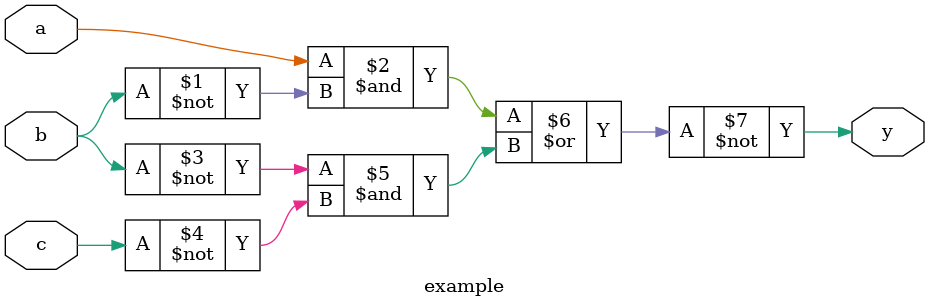
<source format=sv>
module example(input  a, b, c,
               output y);
  assign y = ~((a & ~b) | (~b & ~c));
endmodule

</source>
